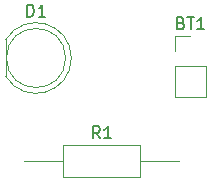
<source format=gbr>
%TF.GenerationSoftware,KiCad,Pcbnew,8.0.2-1*%
%TF.CreationDate,2024-05-29T18:32:06-05:00*%
%TF.ProjectId,HW11,48573131-2e6b-4696-9361-645f70636258,rev?*%
%TF.SameCoordinates,Original*%
%TF.FileFunction,Legend,Top*%
%TF.FilePolarity,Positive*%
%FSLAX46Y46*%
G04 Gerber Fmt 4.6, Leading zero omitted, Abs format (unit mm)*
G04 Created by KiCad (PCBNEW 8.0.2-1) date 2024-05-29 18:32:06*
%MOMM*%
%LPD*%
G01*
G04 APERTURE LIST*
%ADD10C,0.150000*%
%ADD11C,0.120000*%
G04 APERTURE END LIST*
D10*
X119214285Y-93326009D02*
X119357142Y-93373628D01*
X119357142Y-93373628D02*
X119404761Y-93421247D01*
X119404761Y-93421247D02*
X119452380Y-93516485D01*
X119452380Y-93516485D02*
X119452380Y-93659342D01*
X119452380Y-93659342D02*
X119404761Y-93754580D01*
X119404761Y-93754580D02*
X119357142Y-93802200D01*
X119357142Y-93802200D02*
X119261904Y-93849819D01*
X119261904Y-93849819D02*
X118880952Y-93849819D01*
X118880952Y-93849819D02*
X118880952Y-92849819D01*
X118880952Y-92849819D02*
X119214285Y-92849819D01*
X119214285Y-92849819D02*
X119309523Y-92897438D01*
X119309523Y-92897438D02*
X119357142Y-92945057D01*
X119357142Y-92945057D02*
X119404761Y-93040295D01*
X119404761Y-93040295D02*
X119404761Y-93135533D01*
X119404761Y-93135533D02*
X119357142Y-93230771D01*
X119357142Y-93230771D02*
X119309523Y-93278390D01*
X119309523Y-93278390D02*
X119214285Y-93326009D01*
X119214285Y-93326009D02*
X118880952Y-93326009D01*
X119738095Y-92849819D02*
X120309523Y-92849819D01*
X120023809Y-93849819D02*
X120023809Y-92849819D01*
X121166666Y-93849819D02*
X120595238Y-93849819D01*
X120880952Y-93849819D02*
X120880952Y-92849819D01*
X120880952Y-92849819D02*
X120785714Y-92992676D01*
X120785714Y-92992676D02*
X120690476Y-93087914D01*
X120690476Y-93087914D02*
X120595238Y-93135533D01*
X106191905Y-92794819D02*
X106191905Y-91794819D01*
X106191905Y-91794819D02*
X106430000Y-91794819D01*
X106430000Y-91794819D02*
X106572857Y-91842438D01*
X106572857Y-91842438D02*
X106668095Y-91937676D01*
X106668095Y-91937676D02*
X106715714Y-92032914D01*
X106715714Y-92032914D02*
X106763333Y-92223390D01*
X106763333Y-92223390D02*
X106763333Y-92366247D01*
X106763333Y-92366247D02*
X106715714Y-92556723D01*
X106715714Y-92556723D02*
X106668095Y-92651961D01*
X106668095Y-92651961D02*
X106572857Y-92747200D01*
X106572857Y-92747200D02*
X106430000Y-92794819D01*
X106430000Y-92794819D02*
X106191905Y-92794819D01*
X107715714Y-92794819D02*
X107144286Y-92794819D01*
X107430000Y-92794819D02*
X107430000Y-91794819D01*
X107430000Y-91794819D02*
X107334762Y-91937676D01*
X107334762Y-91937676D02*
X107239524Y-92032914D01*
X107239524Y-92032914D02*
X107144286Y-92080533D01*
X112333333Y-103084819D02*
X112000000Y-102608628D01*
X111761905Y-103084819D02*
X111761905Y-102084819D01*
X111761905Y-102084819D02*
X112142857Y-102084819D01*
X112142857Y-102084819D02*
X112238095Y-102132438D01*
X112238095Y-102132438D02*
X112285714Y-102180057D01*
X112285714Y-102180057D02*
X112333333Y-102275295D01*
X112333333Y-102275295D02*
X112333333Y-102418152D01*
X112333333Y-102418152D02*
X112285714Y-102513390D01*
X112285714Y-102513390D02*
X112238095Y-102561009D01*
X112238095Y-102561009D02*
X112142857Y-102608628D01*
X112142857Y-102608628D02*
X111761905Y-102608628D01*
X113285714Y-103084819D02*
X112714286Y-103084819D01*
X113000000Y-103084819D02*
X113000000Y-102084819D01*
X113000000Y-102084819D02*
X112904762Y-102227676D01*
X112904762Y-102227676D02*
X112809524Y-102322914D01*
X112809524Y-102322914D02*
X112714286Y-102370533D01*
D11*
%TO.C,BT1*%
X118670000Y-94395000D02*
X120000000Y-94395000D01*
X118670000Y-95725000D02*
X118670000Y-94395000D01*
X118670000Y-96995000D02*
X118670000Y-99595000D01*
X118670000Y-96995000D02*
X121330000Y-96995000D01*
X118670000Y-99595000D02*
X121330000Y-99595000D01*
X121330000Y-96995000D02*
X121330000Y-99595000D01*
%TO.C,D1*%
X104370000Y-94755000D02*
X104370000Y-97845000D01*
X104370000Y-94755170D02*
G75*
G02*
X109920000Y-96300462I2560000J-1544830D01*
G01*
X109920000Y-96299538D02*
G75*
G02*
X104370000Y-97844830I-2990000J-462D01*
G01*
X109430000Y-96300000D02*
G75*
G02*
X104430000Y-96300000I-2500000J0D01*
G01*
X104430000Y-96300000D02*
G75*
G02*
X109430000Y-96300000I2500000J0D01*
G01*
%TO.C,R1*%
X105920000Y-105000000D02*
X109230000Y-105000000D01*
X109230000Y-103630000D02*
X109230000Y-106370000D01*
X109230000Y-106370000D02*
X115770000Y-106370000D01*
X115770000Y-103630000D02*
X109230000Y-103630000D01*
X115770000Y-106370000D02*
X115770000Y-103630000D01*
X119080000Y-105000000D02*
X115770000Y-105000000D01*
%TD*%
M02*

</source>
